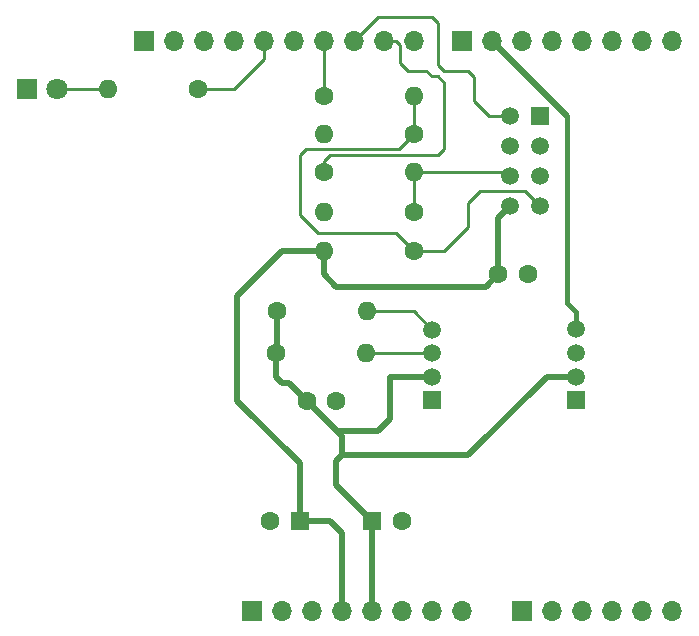
<source format=gtl>
%TF.GenerationSoftware,KiCad,Pcbnew,9.0.0*%
%TF.CreationDate,2025-04-03T14:13:48-04:00*%
%TF.ProjectId,Uno Shield Project,556e6f20-5368-4696-956c-642050726f6a,rev?*%
%TF.SameCoordinates,Original*%
%TF.FileFunction,Copper,L1,Top*%
%TF.FilePolarity,Positive*%
%FSLAX46Y46*%
G04 Gerber Fmt 4.6, Leading zero omitted, Abs format (unit mm)*
G04 Created by KiCad (PCBNEW 9.0.0) date 2025-04-03 14:13:48*
%MOMM*%
%LPD*%
G01*
G04 APERTURE LIST*
%TA.AperFunction,ComponentPad*%
%ADD10R,1.700000X1.700000*%
%TD*%
%TA.AperFunction,ComponentPad*%
%ADD11O,1.700000X1.700000*%
%TD*%
%TA.AperFunction,ComponentPad*%
%ADD12C,1.600000*%
%TD*%
%TA.AperFunction,ComponentPad*%
%ADD13O,1.600000X1.600000*%
%TD*%
%TA.AperFunction,ComponentPad*%
%ADD14R,1.500000X1.500000*%
%TD*%
%TA.AperFunction,ComponentPad*%
%ADD15C,1.500000*%
%TD*%
%TA.AperFunction,ComponentPad*%
%ADD16R,1.800000X1.800000*%
%TD*%
%TA.AperFunction,ComponentPad*%
%ADD17C,1.800000*%
%TD*%
%TA.AperFunction,ComponentPad*%
%ADD18R,1.600000X1.600000*%
%TD*%
%TA.AperFunction,Conductor*%
%ADD19C,0.508000*%
%TD*%
%TA.AperFunction,Conductor*%
%ADD20C,0.250000*%
%TD*%
%TA.AperFunction,Conductor*%
%ADD21C,0.457200*%
%TD*%
G04 APERTURE END LIST*
D10*
%TO.P,J1,1,Pin_1*%
%TO.N,unconnected-(J1-Pin_1-Pad1)*%
X127940000Y-97460000D03*
D11*
%TO.P,J1,2,Pin_2*%
%TO.N,/IOREF*%
X130480000Y-97460000D03*
%TO.P,J1,3,Pin_3*%
%TO.N,/~{RESET}*%
X133020000Y-97460000D03*
%TO.P,J1,4,Pin_4*%
%TO.N,+3V3*%
X135560000Y-97460000D03*
%TO.P,J1,5,Pin_5*%
%TO.N,+5V*%
X138100000Y-97460000D03*
%TO.P,J1,6,Pin_6*%
%TO.N,GND*%
X140640000Y-97460000D03*
%TO.P,J1,7,Pin_7*%
X143180000Y-97460000D03*
%TO.P,J1,8,Pin_8*%
%TO.N,VCC*%
X145720000Y-97460000D03*
%TD*%
D10*
%TO.P,J3,1,Pin_1*%
%TO.N,/A0*%
X150800000Y-97460000D03*
D11*
%TO.P,J3,2,Pin_2*%
%TO.N,/A1*%
X153340000Y-97460000D03*
%TO.P,J3,3,Pin_3*%
%TO.N,/A2*%
X155880000Y-97460000D03*
%TO.P,J3,4,Pin_4*%
%TO.N,/A3*%
X158420000Y-97460000D03*
%TO.P,J3,5,Pin_5*%
%TO.N,/A4*%
X160960000Y-97460000D03*
%TO.P,J3,6,Pin_6*%
%TO.N,/A5*%
X163500000Y-97460000D03*
%TD*%
D10*
%TO.P,J2,1,Pin_1*%
%TO.N,/SCL{slash}A5*%
X118796000Y-49200000D03*
D11*
%TO.P,J2,2,Pin_2*%
%TO.N,/SDA{slash}A4*%
X121336000Y-49200000D03*
%TO.P,J2,3,Pin_3*%
%TO.N,/AREF*%
X123876000Y-49200000D03*
%TO.P,J2,4,Pin_4*%
%TO.N,GND*%
X126416000Y-49200000D03*
%TO.P,J2,5,Pin_5*%
%TO.N,/13*%
X128956000Y-49200000D03*
%TO.P,J2,6,Pin_6*%
%TO.N,/12*%
X131496000Y-49200000D03*
%TO.P,J2,7,Pin_7*%
%TO.N,/\u002A11*%
X134036000Y-49200000D03*
%TO.P,J2,8,Pin_8*%
%TO.N,/\u002A10*%
X136576000Y-49200000D03*
%TO.P,J2,9,Pin_9*%
%TO.N,/\u002A9*%
X139116000Y-49200000D03*
%TO.P,J2,10,Pin_10*%
%TO.N,/8*%
X141656000Y-49200000D03*
%TD*%
D10*
%TO.P,J4,1,Pin_1*%
%TO.N,/7*%
X145720000Y-49200000D03*
D11*
%TO.P,J4,2,Pin_2*%
%TO.N,/\u002A6*%
X148260000Y-49200000D03*
%TO.P,J4,3,Pin_3*%
%TO.N,/\u002A5*%
X150800000Y-49200000D03*
%TO.P,J4,4,Pin_4*%
%TO.N,/4*%
X153340000Y-49200000D03*
%TO.P,J4,5,Pin_5*%
%TO.N,/\u002A3*%
X155880000Y-49200000D03*
%TO.P,J4,6,Pin_6*%
%TO.N,/2*%
X158420000Y-49200000D03*
%TO.P,J4,7,Pin_7*%
%TO.N,/TX{slash}1*%
X160960000Y-49200000D03*
%TO.P,J4,8,Pin_8*%
%TO.N,/RX{slash}0*%
X163500000Y-49200000D03*
%TD*%
D12*
%TO.P,R4,1*%
%TO.N,Net-(U1-RXD)*%
X141610000Y-57090000D03*
D13*
%TO.P,R4,2*%
%TO.N,GND*%
X133990000Y-57090000D03*
%TD*%
D14*
%TO.P,U1,1,GND*%
%TO.N,GND*%
X152300000Y-55560000D03*
D15*
%TO.P,U1,2,IO2*%
%TO.N,unconnected-(U1-IO2-Pad2)*%
X152300000Y-58100000D03*
%TO.P,U1,3,IO0*%
%TO.N,unconnected-(U1-IO0-Pad3)*%
X152300000Y-60640000D03*
%TO.P,U1,4,RXD*%
%TO.N,Net-(U1-RXD)*%
X152300000Y-63180000D03*
%TO.P,U1,5,TXD*%
%TO.N,/\u002A10*%
X149760000Y-55560000D03*
%TO.P,U1,6,EN*%
%TO.N,unconnected-(U1-EN-Pad6)*%
X149760000Y-58100000D03*
%TO.P,U1,7,~{RST}*%
%TO.N,Net-(U1-~{RST})*%
X149760000Y-60640000D03*
%TO.P,U1,8,VCC*%
%TO.N,+3V3*%
X149760000Y-63180000D03*
%TD*%
D12*
%TO.P,C3,1*%
%TO.N,+3V3*%
X148750000Y-68980000D03*
%TO.P,C3,2*%
%TO.N,GND*%
X151250000Y-68980000D03*
%TD*%
%TO.P,R1,1*%
%TO.N,/\u002A11*%
X134000000Y-53860000D03*
D13*
%TO.P,R1,2*%
%TO.N,Net-(U1-RXD)*%
X141620000Y-53860000D03*
%TD*%
D16*
%TO.P,D3,1,K*%
%TO.N,GND*%
X108885000Y-53264000D03*
D17*
%TO.P,D3,2,A*%
%TO.N,Net-(D3-A)*%
X111425000Y-53264000D03*
%TD*%
D14*
%TO.P,J6,1,1*%
%TO.N,GND*%
X155372000Y-79632000D03*
D15*
%TO.P,J6,2,2*%
%TO.N,+5V*%
X155372000Y-77632000D03*
%TO.P,J6,3,3*%
%TO.N,unconnected-(J6-Pad3)*%
X155372000Y-75632000D03*
%TO.P,J6,4,4*%
%TO.N,/\u002A6*%
X155372000Y-73632000D03*
%TD*%
D14*
%TO.P,J5,1,1*%
%TO.N,GND*%
X143180000Y-79648000D03*
D15*
%TO.P,J5,2,2*%
%TO.N,+5V*%
X143180000Y-77648000D03*
%TO.P,J5,3,3*%
%TO.N,Net-(J5-Pad3)*%
X143180000Y-75648000D03*
%TO.P,J5,4,4*%
%TO.N,Net-(J5-Pad4)*%
X143180000Y-73648000D03*
%TD*%
D12*
%TO.P,R7,1*%
%TO.N,/13*%
X123368000Y-53264000D03*
D13*
%TO.P,R7,2*%
%TO.N,Net-(D3-A)*%
X115748000Y-53264000D03*
%TD*%
D12*
%TO.P,R10,1*%
%TO.N,+5V*%
X129972000Y-75616000D03*
D13*
%TO.P,R10,2*%
%TO.N,Net-(J5-Pad3)*%
X137592000Y-75616000D03*
%TD*%
D12*
%TO.P,C4,1*%
%TO.N,+5V*%
X132552000Y-79680000D03*
%TO.P,C4,2*%
%TO.N,GND*%
X135052000Y-79680000D03*
%TD*%
D18*
%TO.P,C2,1*%
%TO.N,+3V3*%
X131964000Y-89840000D03*
D12*
%TO.P,C2,2*%
%TO.N,GND*%
X129464000Y-89840000D03*
%TD*%
%TO.P,R2,1*%
%TO.N,Net-(U1-RXD)*%
X141602000Y-66980000D03*
D13*
%TO.P,R2,2*%
%TO.N,+3V3*%
X133982000Y-66980000D03*
%TD*%
D12*
%TO.P,R8,1*%
%TO.N,Net-(U1-~{RST})*%
X141610000Y-63660000D03*
D13*
%TO.P,R8,2*%
%TO.N,GND*%
X133990000Y-63660000D03*
%TD*%
D18*
%TO.P,C1,1*%
%TO.N,+5V*%
X138100000Y-89840000D03*
D12*
%TO.P,C1,2*%
%TO.N,GND*%
X140600000Y-89840000D03*
%TD*%
%TO.P,R9,1*%
%TO.N,+5V*%
X130010000Y-72060000D03*
D13*
%TO.P,R9,2*%
%TO.N,Net-(J5-Pad4)*%
X137630000Y-72060000D03*
%TD*%
D12*
%TO.P,R3,1*%
%TO.N,/\u002A9*%
X133990000Y-60340000D03*
D13*
%TO.P,R3,2*%
%TO.N,Net-(U1-~{RST})*%
X141610000Y-60340000D03*
%TD*%
D19*
%TO.N,+5V*%
X129972000Y-75616000D02*
X129972000Y-77648000D01*
X130010000Y-75578000D02*
X129972000Y-75616000D01*
X135560000Y-84252000D02*
X146228000Y-84252000D01*
X129972000Y-77648000D02*
X130480000Y-78156000D01*
X135560000Y-84252000D02*
X135052000Y-84760000D01*
X137760000Y-89500000D02*
X138140000Y-89500000D01*
X135092000Y-82220000D02*
X135560000Y-82688000D01*
X132552000Y-79680000D02*
X135092000Y-82220000D01*
X135052000Y-86792000D02*
X137760000Y-89500000D01*
X139624000Y-77648000D02*
X143180000Y-77648000D01*
X135560000Y-82688000D02*
X135560000Y-84252000D01*
X138100000Y-89840000D02*
X138100000Y-97460000D01*
X130480000Y-78156000D02*
X131028000Y-78156000D01*
D20*
X138140000Y-97420000D02*
X138100000Y-97460000D01*
D19*
X130010000Y-72060000D02*
X130010000Y-75578000D01*
X138608000Y-82220000D02*
X139624000Y-81204000D01*
X139624000Y-81204000D02*
X139624000Y-77648000D01*
X130010000Y-72060000D02*
X129972000Y-72098000D01*
X135092000Y-82220000D02*
X138608000Y-82220000D01*
X146228000Y-84252000D02*
X152848000Y-77632000D01*
X131028000Y-78156000D02*
X132552000Y-79680000D01*
X152848000Y-77632000D02*
X155372000Y-77632000D01*
X135052000Y-84760000D02*
X135052000Y-86792000D01*
D20*
%TO.N,/13*%
X128956000Y-50724000D02*
X128956000Y-49200000D01*
X126416000Y-53264000D02*
X128956000Y-50724000D01*
X123368000Y-53264000D02*
X126416000Y-53264000D01*
%TO.N,/\u002A11*%
X134000000Y-53860000D02*
X134000000Y-49236000D01*
X134000000Y-49236000D02*
X134036000Y-49200000D01*
%TO.N,/\u002A10*%
X143688000Y-51232000D02*
X144196000Y-51740000D01*
X143688000Y-47676000D02*
X143688000Y-51232000D01*
X143180000Y-47168000D02*
X143688000Y-47676000D01*
X138608000Y-47168000D02*
X143180000Y-47168000D01*
X144196000Y-51740000D02*
X146228000Y-51740000D01*
X148016000Y-55560000D02*
X149760000Y-55560000D01*
X146228000Y-51740000D02*
X146736000Y-52248000D01*
X146736000Y-52248000D02*
X146736000Y-54280000D01*
X146736000Y-54280000D02*
X148016000Y-55560000D01*
X138608000Y-47168000D02*
X136576000Y-49200000D01*
%TO.N,/\u002A9*%
X140480000Y-49548000D02*
X140132000Y-49200000D01*
X143688000Y-58852000D02*
X144196000Y-58344000D01*
X133990000Y-59406000D02*
X134544000Y-58852000D01*
X144196000Y-58344000D02*
X144196000Y-52756000D01*
X143123000Y-52191000D02*
X142672000Y-51740000D01*
X143631000Y-52191000D02*
X143123000Y-52191000D01*
X134544000Y-58852000D02*
X143688000Y-58852000D01*
X140132000Y-49200000D02*
X139116000Y-49200000D01*
X133990000Y-60340000D02*
X133990000Y-59406000D01*
X140480000Y-51072000D02*
X140480000Y-49548000D01*
X141148000Y-51740000D02*
X140480000Y-51072000D01*
X144196000Y-52756000D02*
X143631000Y-52191000D01*
X142672000Y-51740000D02*
X141148000Y-51740000D01*
D21*
%TO.N,/\u002A6*%
X155372000Y-72128500D02*
X155372000Y-73632000D01*
X154610000Y-71366500D02*
X155372000Y-72128500D01*
D19*
X148260000Y-49200000D02*
X154610000Y-55550000D01*
D21*
X154610000Y-55550000D02*
X154610000Y-71366500D01*
D19*
%TO.N,+3V3*%
X135560000Y-90856000D02*
X135560000Y-97460000D01*
X130480000Y-66980000D02*
X133982000Y-66980000D01*
X133982000Y-66980000D02*
X133982000Y-68958000D01*
X133982000Y-68958000D02*
X135052000Y-70028000D01*
X134544000Y-89840000D02*
X131964000Y-89840000D01*
X134544000Y-89840000D02*
X135560000Y-90856000D01*
X131964000Y-84974000D02*
X126670000Y-79680000D01*
X126670000Y-79680000D02*
X126670000Y-70790000D01*
X148750000Y-68980000D02*
X148750000Y-64190000D01*
X126670000Y-70790000D02*
X130480000Y-66980000D01*
X131964000Y-84974000D02*
X131964000Y-89840000D01*
X147702000Y-70028000D02*
X148750000Y-68980000D01*
X135052000Y-70028000D02*
X147702000Y-70028000D01*
X148750000Y-64190000D02*
X149760000Y-63180000D01*
D20*
%TO.N,Net-(U1-~{RST})*%
X141610000Y-60340000D02*
X149460000Y-60340000D01*
X141910000Y-60640000D02*
X141610000Y-60340000D01*
X149460000Y-60340000D02*
X149760000Y-60640000D01*
X141610000Y-60340000D02*
X141610000Y-63660000D01*
%TO.N,Net-(U1-RXD)*%
X141610000Y-53870000D02*
X141620000Y-53860000D01*
X146228000Y-62916000D02*
X147244000Y-61900000D01*
X151020000Y-61900000D02*
X152300000Y-63180000D01*
X133528000Y-65456000D02*
X140078000Y-65456000D01*
X132004000Y-63932000D02*
X133528000Y-65456000D01*
X132004000Y-58852000D02*
X132004000Y-63932000D01*
X132512000Y-58344000D02*
X132004000Y-58852000D01*
X141610000Y-57090000D02*
X141610000Y-53870000D01*
X144196000Y-66980000D02*
X146228000Y-64948000D01*
X140078000Y-65456000D02*
X141602000Y-66980000D01*
X140356000Y-58344000D02*
X141610000Y-57090000D01*
X141620000Y-54280000D02*
X141610000Y-54290000D01*
X146228000Y-64948000D02*
X146228000Y-62916000D01*
X141602000Y-66980000D02*
X144196000Y-66980000D01*
X140356000Y-58344000D02*
X132512000Y-58344000D01*
X147244000Y-61900000D02*
X151020000Y-61900000D01*
%TO.N,Net-(D3-A)*%
X111425000Y-53264000D02*
X115748000Y-53264000D01*
%TO.N,Net-(J5-Pad4)*%
X137630000Y-72060000D02*
X141592000Y-72060000D01*
X141592000Y-72060000D02*
X143180000Y-73648000D01*
%TO.N,Net-(J5-Pad3)*%
X143148000Y-75616000D02*
X143180000Y-75648000D01*
X137592000Y-75616000D02*
X143148000Y-75616000D01*
%TD*%
M02*

</source>
